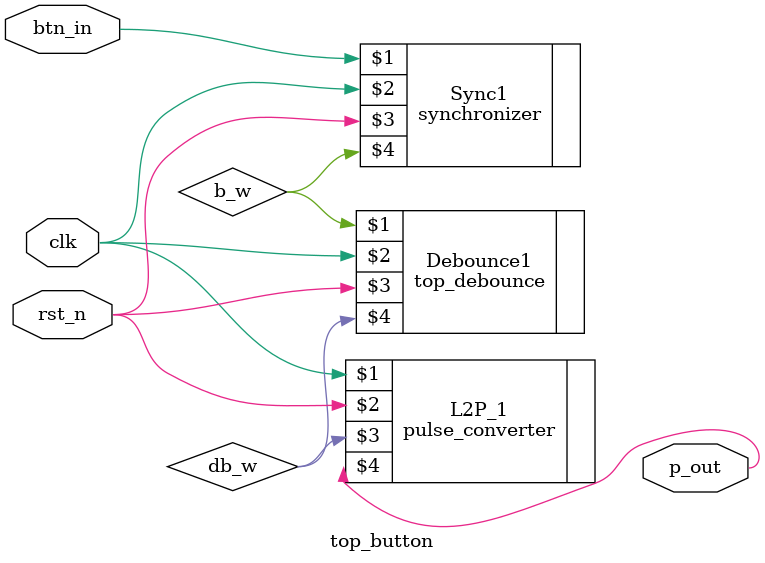
<source format=v>
module top_button(btn_in, clk, rst_n, p_out);

input btn_in, clk, rst_n;
output p_out;

wire b_w, db_w;
 
synchronizer Sync1(btn_in, clk, rst_n, b_w);

top_debounce Debounce1(b_w, clk, rst_n, db_w);

pulse_converter L2P_1(clk, rst_n, db_w, p_out);

endmodule


</source>
